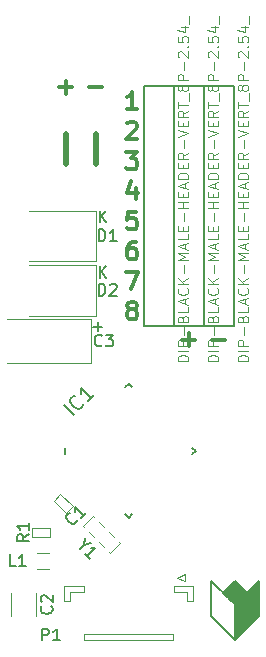
<source format=gto>
G04 #@! TF.FileFunction,Legend,Top*
%FSLAX46Y46*%
G04 Gerber Fmt 4.6, Leading zero omitted, Abs format (unit mm)*
G04 Created by KiCad (PCBNEW 4.0.7) date 07/31/18 09:39:55*
%MOMM*%
%LPD*%
G01*
G04 APERTURE LIST*
%ADD10C,0.100000*%
%ADD11C,0.150000*%
%ADD12C,0.300000*%
%ADD13C,0.120000*%
%ADD14C,0.500000*%
%ADD15C,0.066040*%
%ADD16C,0.127000*%
%ADD17C,0.101600*%
G04 APERTURE END LIST*
D10*
D11*
X147019048Y-97471429D02*
X147780953Y-97471429D01*
X147400001Y-97852381D02*
X147400001Y-97090476D01*
X147538095Y-93352381D02*
X147538095Y-92352381D01*
X148109524Y-93352381D02*
X147680952Y-92780952D01*
X148109524Y-92352381D02*
X147538095Y-92923810D01*
X147538095Y-88652381D02*
X147538095Y-87652381D01*
X148109524Y-88652381D02*
X147680952Y-88080952D01*
X148109524Y-87652381D02*
X147538095Y-88223810D01*
D12*
X150158858Y-96011429D02*
X150016000Y-95940000D01*
X149944572Y-95868571D01*
X149873143Y-95725714D01*
X149873143Y-95654286D01*
X149944572Y-95511429D01*
X150016000Y-95440000D01*
X150158858Y-95368571D01*
X150444572Y-95368571D01*
X150587429Y-95440000D01*
X150658858Y-95511429D01*
X150730286Y-95654286D01*
X150730286Y-95725714D01*
X150658858Y-95868571D01*
X150587429Y-95940000D01*
X150444572Y-96011429D01*
X150158858Y-96011429D01*
X150016000Y-96082857D01*
X149944572Y-96154286D01*
X149873143Y-96297143D01*
X149873143Y-96582857D01*
X149944572Y-96725714D01*
X150016000Y-96797143D01*
X150158858Y-96868571D01*
X150444572Y-96868571D01*
X150587429Y-96797143D01*
X150658858Y-96725714D01*
X150730286Y-96582857D01*
X150730286Y-96297143D01*
X150658858Y-96154286D01*
X150587429Y-96082857D01*
X150444572Y-96011429D01*
X149801715Y-92828571D02*
X150801715Y-92828571D01*
X150158858Y-94328571D01*
X150587429Y-90288571D02*
X150301715Y-90288571D01*
X150158858Y-90360000D01*
X150087429Y-90431429D01*
X149944572Y-90645714D01*
X149873143Y-90931429D01*
X149873143Y-91502857D01*
X149944572Y-91645714D01*
X150016000Y-91717143D01*
X150158858Y-91788571D01*
X150444572Y-91788571D01*
X150587429Y-91717143D01*
X150658858Y-91645714D01*
X150730286Y-91502857D01*
X150730286Y-91145714D01*
X150658858Y-91002857D01*
X150587429Y-90931429D01*
X150444572Y-90860000D01*
X150158858Y-90860000D01*
X150016000Y-90931429D01*
X149944572Y-91002857D01*
X149873143Y-91145714D01*
X150658858Y-87748571D02*
X149944572Y-87748571D01*
X149873143Y-88462857D01*
X149944572Y-88391429D01*
X150087429Y-88320000D01*
X150444572Y-88320000D01*
X150587429Y-88391429D01*
X150658858Y-88462857D01*
X150730286Y-88605714D01*
X150730286Y-88962857D01*
X150658858Y-89105714D01*
X150587429Y-89177143D01*
X150444572Y-89248571D01*
X150087429Y-89248571D01*
X149944572Y-89177143D01*
X149873143Y-89105714D01*
X150587429Y-85708571D02*
X150587429Y-86708571D01*
X150230286Y-85137143D02*
X149873143Y-86208571D01*
X150801715Y-86208571D01*
X149801715Y-82668571D02*
X150730286Y-82668571D01*
X150230286Y-83240000D01*
X150444572Y-83240000D01*
X150587429Y-83311429D01*
X150658858Y-83382857D01*
X150730286Y-83525714D01*
X150730286Y-83882857D01*
X150658858Y-84025714D01*
X150587429Y-84097143D01*
X150444572Y-84168571D01*
X150016000Y-84168571D01*
X149873143Y-84097143D01*
X149801715Y-84025714D01*
X149873143Y-80271429D02*
X149944572Y-80200000D01*
X150087429Y-80128571D01*
X150444572Y-80128571D01*
X150587429Y-80200000D01*
X150658858Y-80271429D01*
X150730286Y-80414286D01*
X150730286Y-80557143D01*
X150658858Y-80771429D01*
X149801715Y-81628571D01*
X150730286Y-81628571D01*
X150730286Y-79088571D02*
X149873143Y-79088571D01*
X150301715Y-79088571D02*
X150301715Y-77588571D01*
X150158858Y-77802857D01*
X150016000Y-77945714D01*
X149873143Y-78017143D01*
X157048572Y-98583143D02*
X158191429Y-98583143D01*
X154508572Y-98583143D02*
X155651429Y-98583143D01*
X155080000Y-99154571D02*
X155080000Y-98011714D01*
X147777428Y-77232857D02*
X146634571Y-77232857D01*
X145237428Y-77232857D02*
X144094571Y-77232857D01*
X144666000Y-76661429D02*
X144666000Y-77804286D01*
D13*
X142125000Y-122000000D02*
X142125000Y-120000000D01*
X140075000Y-120000000D02*
X140075000Y-122000000D01*
X153750000Y-124025000D02*
X146250000Y-124025000D01*
X146250000Y-124025000D02*
X146250000Y-123525000D01*
X146250000Y-123525000D02*
X153750000Y-123525000D01*
X153750000Y-123525000D02*
X153750000Y-124025000D01*
X155450000Y-120675000D02*
X155450000Y-119475000D01*
X155450000Y-119475000D02*
X153800000Y-119475000D01*
X153800000Y-119475000D02*
X153800000Y-119975000D01*
X153800000Y-119975000D02*
X154950000Y-119975000D01*
X154950000Y-119975000D02*
X154950000Y-120675000D01*
X154950000Y-120675000D02*
X155450000Y-120675000D01*
X144550000Y-120675000D02*
X144550000Y-119475000D01*
X144550000Y-119475000D02*
X146200000Y-119475000D01*
X146200000Y-119475000D02*
X146200000Y-119975000D01*
X146200000Y-119975000D02*
X145050000Y-119975000D01*
X145050000Y-119975000D02*
X145050000Y-120675000D01*
X145050000Y-120675000D02*
X144550000Y-120675000D01*
X154125000Y-118725000D02*
X154725000Y-118425000D01*
X154725000Y-118425000D02*
X154725000Y-119025000D01*
X154725000Y-119025000D02*
X154125000Y-118725000D01*
D11*
X159900000Y-119900000D02*
X158900000Y-120900000D01*
X158800000Y-120800000D02*
X159800000Y-119800000D01*
X159700000Y-119700000D02*
X158700000Y-120700000D01*
X158600000Y-120600000D02*
X159600000Y-119600000D01*
X159500000Y-119500000D02*
X158500000Y-120500000D01*
X158400000Y-120400000D02*
X159400000Y-119400000D01*
X159300000Y-119300000D02*
X158300000Y-120300000D01*
X158200000Y-120200000D02*
X159200000Y-119200000D01*
X159100000Y-119100000D02*
X158100000Y-120100000D01*
X160900000Y-119100000D02*
X160900000Y-122100000D01*
X160800000Y-122200000D02*
X160800000Y-119200000D01*
X160700000Y-119300000D02*
X160700000Y-122300000D01*
X160600000Y-122400000D02*
X160600000Y-119400000D01*
X160500000Y-119500000D02*
X160500000Y-122500000D01*
X160400000Y-122600000D02*
X160400000Y-119600000D01*
X160300000Y-119700000D02*
X160300000Y-122700000D01*
X160200000Y-122800000D02*
X160200000Y-119800000D01*
X160100000Y-119900000D02*
X160100000Y-122900000D01*
X160000000Y-123000000D02*
X160000000Y-120000000D01*
X159900000Y-120100000D02*
X159900000Y-123000000D01*
X159800000Y-123200000D02*
X159800000Y-120200000D01*
X159700000Y-120300000D02*
X159700000Y-123300000D01*
X159600000Y-123400000D02*
X159600000Y-120400000D01*
X159500000Y-120500000D02*
X159500000Y-123500000D01*
X159400000Y-123600000D02*
X159400000Y-120600000D01*
X159300000Y-120700000D02*
X159300000Y-123700000D01*
X159200000Y-123800000D02*
X159200000Y-120800000D01*
X159100000Y-120900000D02*
X159100000Y-123900000D01*
X157000000Y-119000000D02*
X159000000Y-121000000D01*
X159000000Y-121000000D02*
X159000000Y-124000000D01*
X159000000Y-124000000D02*
X157000000Y-122000000D01*
X157000000Y-122000000D02*
X157000000Y-119000000D01*
X161000000Y-119000000D02*
X159000000Y-121000000D01*
X159000000Y-121000000D02*
X159000000Y-124000000D01*
X159000000Y-124000000D02*
X161000000Y-122000000D01*
X161000000Y-122000000D02*
X161000000Y-119000000D01*
X159000000Y-119000000D02*
X158000000Y-120000000D01*
X158000000Y-120000000D02*
X159000000Y-121000000D01*
X159000000Y-121000000D02*
X160000000Y-120000000D01*
X160000000Y-120000000D02*
X159000000Y-119000000D01*
D13*
X143250000Y-117980000D02*
X142250000Y-117980000D01*
X142250000Y-116620000D02*
X143250000Y-116620000D01*
D14*
X147206000Y-81150000D02*
X147206000Y-83690000D01*
X144666000Y-81150000D02*
X144666000Y-83690000D01*
D15*
X153810000Y-97460000D02*
X156350000Y-97460000D01*
X156350000Y-97460000D02*
X156350000Y-77140000D01*
X153810000Y-77140000D02*
X156350000Y-77140000D01*
X153810000Y-97460000D02*
X153810000Y-77140000D01*
D16*
X153810000Y-77140000D02*
X156350000Y-77140000D01*
X156350000Y-77140000D02*
X156350000Y-97460000D01*
X156350000Y-97460000D02*
X153810000Y-97460000D01*
X153810000Y-97460000D02*
X153810000Y-77140000D01*
D15*
X156350000Y-97460000D02*
X158890000Y-97460000D01*
X158890000Y-97460000D02*
X158890000Y-77140000D01*
X156350000Y-77140000D02*
X158890000Y-77140000D01*
X156350000Y-97460000D02*
X156350000Y-77140000D01*
D16*
X156350000Y-77140000D02*
X158890000Y-77140000D01*
X158890000Y-77140000D02*
X158890000Y-97460000D01*
X158890000Y-97460000D02*
X156350000Y-97460000D01*
X156350000Y-97460000D02*
X156350000Y-77140000D01*
D15*
X151270000Y-97460000D02*
X153810000Y-97460000D01*
X153810000Y-97460000D02*
X153810000Y-77140000D01*
X151270000Y-77140000D02*
X153810000Y-77140000D01*
X151270000Y-97460000D02*
X151270000Y-77140000D01*
D16*
X151270000Y-77140000D02*
X153810000Y-77140000D01*
X153810000Y-77140000D02*
X153810000Y-97460000D01*
X153810000Y-97460000D02*
X151270000Y-97460000D01*
X151270000Y-97460000D02*
X151270000Y-77140000D01*
D13*
X147250000Y-91950000D02*
X147250000Y-87650000D01*
X147250000Y-87650000D02*
X141550000Y-87650000D01*
X147250000Y-91950000D02*
X141550000Y-91950000D01*
X147250000Y-96550000D02*
X147250000Y-92250000D01*
X147250000Y-92250000D02*
X141550000Y-92250000D01*
X147250000Y-96550000D02*
X141550000Y-96550000D01*
D11*
X144625988Y-108282843D02*
X144625988Y-107717157D01*
X149717157Y-102625988D02*
X150000000Y-102343146D01*
X150000000Y-102343146D02*
X150282843Y-102625988D01*
X150282843Y-113374012D02*
X150000000Y-113656854D01*
X150000000Y-113656854D02*
X149717157Y-113374012D01*
X155374012Y-108282843D02*
X155656854Y-108000000D01*
X155656854Y-108000000D02*
X155374012Y-107717157D01*
D13*
X146800000Y-100550000D02*
X139700000Y-100550000D01*
X146800000Y-96850000D02*
X139700000Y-96850000D01*
X146800000Y-100550000D02*
X146800000Y-96850000D01*
D10*
X144202513Y-111636827D02*
X145263173Y-112697487D01*
X143636827Y-112202513D02*
X144202513Y-111636827D01*
X144697487Y-113263173D02*
X143636827Y-112202513D01*
X145263173Y-112697487D02*
X144697487Y-113263173D01*
X143300000Y-115300000D02*
X141800000Y-115300000D01*
X143300000Y-114500000D02*
X143300000Y-115300000D01*
X141800000Y-114500000D02*
X143300000Y-114500000D01*
X141800000Y-115300000D02*
X141800000Y-114500000D01*
X149255635Y-115807107D02*
X149184924Y-115736396D01*
X148407107Y-116655635D02*
X149255635Y-115807107D01*
X148336396Y-116584924D02*
X148407107Y-116655635D01*
X147487868Y-115736396D02*
X147912132Y-116160660D01*
X148336396Y-114887868D02*
X148760660Y-115312132D01*
X147487868Y-114039340D02*
X147912132Y-114463604D01*
X146639340Y-114887868D02*
X147063604Y-115312132D01*
X146144365Y-114392893D02*
X146215076Y-114463604D01*
X146992893Y-113544365D02*
X147063604Y-113615076D01*
X146144365Y-114392893D02*
X146992893Y-113544365D01*
D11*
X143457143Y-121166666D02*
X143504762Y-121214285D01*
X143552381Y-121357142D01*
X143552381Y-121452380D01*
X143504762Y-121595238D01*
X143409524Y-121690476D01*
X143314286Y-121738095D01*
X143123810Y-121785714D01*
X142980952Y-121785714D01*
X142790476Y-121738095D01*
X142695238Y-121690476D01*
X142600000Y-121595238D01*
X142552381Y-121452380D01*
X142552381Y-121357142D01*
X142600000Y-121214285D01*
X142647619Y-121166666D01*
X142647619Y-120785714D02*
X142600000Y-120738095D01*
X142552381Y-120642857D01*
X142552381Y-120404761D01*
X142600000Y-120309523D01*
X142647619Y-120261904D01*
X142742857Y-120214285D01*
X142838095Y-120214285D01*
X142980952Y-120261904D01*
X143552381Y-120833333D01*
X143552381Y-120214285D01*
X142661905Y-124052381D02*
X142661905Y-123052381D01*
X143042858Y-123052381D01*
X143138096Y-123100000D01*
X143185715Y-123147619D01*
X143233334Y-123242857D01*
X143233334Y-123385714D01*
X143185715Y-123480952D01*
X143138096Y-123528571D01*
X143042858Y-123576190D01*
X142661905Y-123576190D01*
X144185715Y-124052381D02*
X143614286Y-124052381D01*
X143900000Y-124052381D02*
X143900000Y-123052381D01*
X143804762Y-123195238D01*
X143709524Y-123290476D01*
X143614286Y-123338095D01*
X140433334Y-117752381D02*
X139957143Y-117752381D01*
X139957143Y-116752381D01*
X141290477Y-117752381D02*
X140719048Y-117752381D01*
X141004762Y-117752381D02*
X141004762Y-116752381D01*
X140909524Y-116895238D01*
X140814286Y-116990476D01*
X140719048Y-117038095D01*
D17*
X157577667Y-100402166D02*
X156688667Y-100402166D01*
X156688667Y-100190500D01*
X156731000Y-100063500D01*
X156815667Y-99978833D01*
X156900333Y-99936500D01*
X157069667Y-99894166D01*
X157196667Y-99894166D01*
X157366000Y-99936500D01*
X157450667Y-99978833D01*
X157535333Y-100063500D01*
X157577667Y-100190500D01*
X157577667Y-100402166D01*
X157577667Y-99513166D02*
X156688667Y-99513166D01*
X157577667Y-99089833D02*
X156688667Y-99089833D01*
X156688667Y-98751167D01*
X156731000Y-98666500D01*
X156773333Y-98624167D01*
X156858000Y-98581833D01*
X156985000Y-98581833D01*
X157069667Y-98624167D01*
X157112000Y-98666500D01*
X157154333Y-98751167D01*
X157154333Y-99089833D01*
X157239000Y-98200833D02*
X157239000Y-97523500D01*
X157112000Y-96803833D02*
X157154333Y-96676833D01*
X157196667Y-96634500D01*
X157281333Y-96592166D01*
X157408333Y-96592166D01*
X157493000Y-96634500D01*
X157535333Y-96676833D01*
X157577667Y-96761500D01*
X157577667Y-97100166D01*
X156688667Y-97100166D01*
X156688667Y-96803833D01*
X156731000Y-96719166D01*
X156773333Y-96676833D01*
X156858000Y-96634500D01*
X156942667Y-96634500D01*
X157027333Y-96676833D01*
X157069667Y-96719166D01*
X157112000Y-96803833D01*
X157112000Y-97100166D01*
X157577667Y-95787833D02*
X157577667Y-96211166D01*
X156688667Y-96211166D01*
X157323667Y-95533833D02*
X157323667Y-95110499D01*
X157577667Y-95618499D02*
X156688667Y-95322166D01*
X157577667Y-95025833D01*
X157493000Y-94221499D02*
X157535333Y-94263833D01*
X157577667Y-94390833D01*
X157577667Y-94475499D01*
X157535333Y-94602499D01*
X157450667Y-94687166D01*
X157366000Y-94729499D01*
X157196667Y-94771833D01*
X157069667Y-94771833D01*
X156900333Y-94729499D01*
X156815667Y-94687166D01*
X156731000Y-94602499D01*
X156688667Y-94475499D01*
X156688667Y-94390833D01*
X156731000Y-94263833D01*
X156773333Y-94221499D01*
X157577667Y-93840499D02*
X156688667Y-93840499D01*
X157577667Y-93332499D02*
X157069667Y-93713499D01*
X156688667Y-93332499D02*
X157196667Y-93840499D01*
X157239000Y-92951499D02*
X157239000Y-92274166D01*
X157577667Y-91850832D02*
X156688667Y-91850832D01*
X157323667Y-91554499D01*
X156688667Y-91258166D01*
X157577667Y-91258166D01*
X157323667Y-90877166D02*
X157323667Y-90453832D01*
X157577667Y-90961832D02*
X156688667Y-90665499D01*
X157577667Y-90369166D01*
X157577667Y-89649499D02*
X157577667Y-90072832D01*
X156688667Y-90072832D01*
X157112000Y-89353165D02*
X157112000Y-89056832D01*
X157577667Y-88929832D02*
X157577667Y-89353165D01*
X156688667Y-89353165D01*
X156688667Y-88929832D01*
X157239000Y-88548832D02*
X157239000Y-87871499D01*
X157577667Y-87448165D02*
X156688667Y-87448165D01*
X157112000Y-87448165D02*
X157112000Y-86940165D01*
X157577667Y-86940165D02*
X156688667Y-86940165D01*
X157112000Y-86516832D02*
X157112000Y-86220499D01*
X157577667Y-86093499D02*
X157577667Y-86516832D01*
X156688667Y-86516832D01*
X156688667Y-86093499D01*
X157323667Y-85754833D02*
X157323667Y-85331499D01*
X157577667Y-85839499D02*
X156688667Y-85543166D01*
X157577667Y-85246833D01*
X157577667Y-84950499D02*
X156688667Y-84950499D01*
X156688667Y-84738833D01*
X156731000Y-84611833D01*
X156815667Y-84527166D01*
X156900333Y-84484833D01*
X157069667Y-84442499D01*
X157196667Y-84442499D01*
X157366000Y-84484833D01*
X157450667Y-84527166D01*
X157535333Y-84611833D01*
X157577667Y-84738833D01*
X157577667Y-84950499D01*
X157112000Y-84061499D02*
X157112000Y-83765166D01*
X157577667Y-83638166D02*
X157577667Y-84061499D01*
X156688667Y-84061499D01*
X156688667Y-83638166D01*
X157577667Y-82749166D02*
X157154333Y-83045500D01*
X157577667Y-83257166D02*
X156688667Y-83257166D01*
X156688667Y-82918500D01*
X156731000Y-82833833D01*
X156773333Y-82791500D01*
X156858000Y-82749166D01*
X156985000Y-82749166D01*
X157069667Y-82791500D01*
X157112000Y-82833833D01*
X157154333Y-82918500D01*
X157154333Y-83257166D01*
X157239000Y-82368166D02*
X157239000Y-81690833D01*
X156688667Y-81394499D02*
X157577667Y-81098166D01*
X156688667Y-80801833D01*
X157112000Y-80505499D02*
X157112000Y-80209166D01*
X157577667Y-80082166D02*
X157577667Y-80505499D01*
X156688667Y-80505499D01*
X156688667Y-80082166D01*
X157577667Y-79193166D02*
X157154333Y-79489500D01*
X157577667Y-79701166D02*
X156688667Y-79701166D01*
X156688667Y-79362500D01*
X156731000Y-79277833D01*
X156773333Y-79235500D01*
X156858000Y-79193166D01*
X156985000Y-79193166D01*
X157069667Y-79235500D01*
X157112000Y-79277833D01*
X157154333Y-79362500D01*
X157154333Y-79701166D01*
X156688667Y-78939166D02*
X156688667Y-78431166D01*
X157577667Y-78685166D02*
X156688667Y-78685166D01*
X157662333Y-78346500D02*
X157662333Y-77669167D01*
X157069667Y-77330500D02*
X157027333Y-77415167D01*
X156985000Y-77457500D01*
X156900333Y-77499834D01*
X156858000Y-77499834D01*
X156773333Y-77457500D01*
X156731000Y-77415167D01*
X156688667Y-77330500D01*
X156688667Y-77161167D01*
X156731000Y-77076500D01*
X156773333Y-77034167D01*
X156858000Y-76991834D01*
X156900333Y-76991834D01*
X156985000Y-77034167D01*
X157027333Y-77076500D01*
X157069667Y-77161167D01*
X157069667Y-77330500D01*
X157112000Y-77415167D01*
X157154333Y-77457500D01*
X157239000Y-77499834D01*
X157408333Y-77499834D01*
X157493000Y-77457500D01*
X157535333Y-77415167D01*
X157577667Y-77330500D01*
X157577667Y-77161167D01*
X157535333Y-77076500D01*
X157493000Y-77034167D01*
X157408333Y-76991834D01*
X157239000Y-76991834D01*
X157154333Y-77034167D01*
X157112000Y-77076500D01*
X157069667Y-77161167D01*
X157577667Y-76610833D02*
X156688667Y-76610833D01*
X156688667Y-76272167D01*
X156731000Y-76187500D01*
X156773333Y-76145167D01*
X156858000Y-76102833D01*
X156985000Y-76102833D01*
X157069667Y-76145167D01*
X157112000Y-76187500D01*
X157154333Y-76272167D01*
X157154333Y-76610833D01*
X157239000Y-75721833D02*
X157239000Y-75044500D01*
X156773333Y-74663500D02*
X156731000Y-74621166D01*
X156688667Y-74536500D01*
X156688667Y-74324833D01*
X156731000Y-74240166D01*
X156773333Y-74197833D01*
X156858000Y-74155500D01*
X156942667Y-74155500D01*
X157069667Y-74197833D01*
X157577667Y-74705833D01*
X157577667Y-74155500D01*
X157493000Y-73774499D02*
X157535333Y-73732166D01*
X157577667Y-73774499D01*
X157535333Y-73816833D01*
X157493000Y-73774499D01*
X157577667Y-73774499D01*
X156688667Y-72927833D02*
X156688667Y-73351166D01*
X157112000Y-73393500D01*
X157069667Y-73351166D01*
X157027333Y-73266500D01*
X157027333Y-73054833D01*
X157069667Y-72970166D01*
X157112000Y-72927833D01*
X157196667Y-72885500D01*
X157408333Y-72885500D01*
X157493000Y-72927833D01*
X157535333Y-72970166D01*
X157577667Y-73054833D01*
X157577667Y-73266500D01*
X157535333Y-73351166D01*
X157493000Y-73393500D01*
X156985000Y-72123499D02*
X157577667Y-72123499D01*
X156646333Y-72335166D02*
X157281333Y-72546833D01*
X157281333Y-71996499D01*
X157662333Y-71869499D02*
X157662333Y-71192166D01*
X160117667Y-100402166D02*
X159228667Y-100402166D01*
X159228667Y-100190500D01*
X159271000Y-100063500D01*
X159355667Y-99978833D01*
X159440333Y-99936500D01*
X159609667Y-99894166D01*
X159736667Y-99894166D01*
X159906000Y-99936500D01*
X159990667Y-99978833D01*
X160075333Y-100063500D01*
X160117667Y-100190500D01*
X160117667Y-100402166D01*
X160117667Y-99513166D02*
X159228667Y-99513166D01*
X160117667Y-99089833D02*
X159228667Y-99089833D01*
X159228667Y-98751167D01*
X159271000Y-98666500D01*
X159313333Y-98624167D01*
X159398000Y-98581833D01*
X159525000Y-98581833D01*
X159609667Y-98624167D01*
X159652000Y-98666500D01*
X159694333Y-98751167D01*
X159694333Y-99089833D01*
X159779000Y-98200833D02*
X159779000Y-97523500D01*
X159652000Y-96803833D02*
X159694333Y-96676833D01*
X159736667Y-96634500D01*
X159821333Y-96592166D01*
X159948333Y-96592166D01*
X160033000Y-96634500D01*
X160075333Y-96676833D01*
X160117667Y-96761500D01*
X160117667Y-97100166D01*
X159228667Y-97100166D01*
X159228667Y-96803833D01*
X159271000Y-96719166D01*
X159313333Y-96676833D01*
X159398000Y-96634500D01*
X159482667Y-96634500D01*
X159567333Y-96676833D01*
X159609667Y-96719166D01*
X159652000Y-96803833D01*
X159652000Y-97100166D01*
X160117667Y-95787833D02*
X160117667Y-96211166D01*
X159228667Y-96211166D01*
X159863667Y-95533833D02*
X159863667Y-95110499D01*
X160117667Y-95618499D02*
X159228667Y-95322166D01*
X160117667Y-95025833D01*
X160033000Y-94221499D02*
X160075333Y-94263833D01*
X160117667Y-94390833D01*
X160117667Y-94475499D01*
X160075333Y-94602499D01*
X159990667Y-94687166D01*
X159906000Y-94729499D01*
X159736667Y-94771833D01*
X159609667Y-94771833D01*
X159440333Y-94729499D01*
X159355667Y-94687166D01*
X159271000Y-94602499D01*
X159228667Y-94475499D01*
X159228667Y-94390833D01*
X159271000Y-94263833D01*
X159313333Y-94221499D01*
X160117667Y-93840499D02*
X159228667Y-93840499D01*
X160117667Y-93332499D02*
X159609667Y-93713499D01*
X159228667Y-93332499D02*
X159736667Y-93840499D01*
X159779000Y-92951499D02*
X159779000Y-92274166D01*
X160117667Y-91850832D02*
X159228667Y-91850832D01*
X159863667Y-91554499D01*
X159228667Y-91258166D01*
X160117667Y-91258166D01*
X159863667Y-90877166D02*
X159863667Y-90453832D01*
X160117667Y-90961832D02*
X159228667Y-90665499D01*
X160117667Y-90369166D01*
X160117667Y-89649499D02*
X160117667Y-90072832D01*
X159228667Y-90072832D01*
X159652000Y-89353165D02*
X159652000Y-89056832D01*
X160117667Y-88929832D02*
X160117667Y-89353165D01*
X159228667Y-89353165D01*
X159228667Y-88929832D01*
X159779000Y-88548832D02*
X159779000Y-87871499D01*
X160117667Y-87448165D02*
X159228667Y-87448165D01*
X159652000Y-87448165D02*
X159652000Y-86940165D01*
X160117667Y-86940165D02*
X159228667Y-86940165D01*
X159652000Y-86516832D02*
X159652000Y-86220499D01*
X160117667Y-86093499D02*
X160117667Y-86516832D01*
X159228667Y-86516832D01*
X159228667Y-86093499D01*
X159863667Y-85754833D02*
X159863667Y-85331499D01*
X160117667Y-85839499D02*
X159228667Y-85543166D01*
X160117667Y-85246833D01*
X160117667Y-84950499D02*
X159228667Y-84950499D01*
X159228667Y-84738833D01*
X159271000Y-84611833D01*
X159355667Y-84527166D01*
X159440333Y-84484833D01*
X159609667Y-84442499D01*
X159736667Y-84442499D01*
X159906000Y-84484833D01*
X159990667Y-84527166D01*
X160075333Y-84611833D01*
X160117667Y-84738833D01*
X160117667Y-84950499D01*
X159652000Y-84061499D02*
X159652000Y-83765166D01*
X160117667Y-83638166D02*
X160117667Y-84061499D01*
X159228667Y-84061499D01*
X159228667Y-83638166D01*
X160117667Y-82749166D02*
X159694333Y-83045500D01*
X160117667Y-83257166D02*
X159228667Y-83257166D01*
X159228667Y-82918500D01*
X159271000Y-82833833D01*
X159313333Y-82791500D01*
X159398000Y-82749166D01*
X159525000Y-82749166D01*
X159609667Y-82791500D01*
X159652000Y-82833833D01*
X159694333Y-82918500D01*
X159694333Y-83257166D01*
X159779000Y-82368166D02*
X159779000Y-81690833D01*
X159228667Y-81394499D02*
X160117667Y-81098166D01*
X159228667Y-80801833D01*
X159652000Y-80505499D02*
X159652000Y-80209166D01*
X160117667Y-80082166D02*
X160117667Y-80505499D01*
X159228667Y-80505499D01*
X159228667Y-80082166D01*
X160117667Y-79193166D02*
X159694333Y-79489500D01*
X160117667Y-79701166D02*
X159228667Y-79701166D01*
X159228667Y-79362500D01*
X159271000Y-79277833D01*
X159313333Y-79235500D01*
X159398000Y-79193166D01*
X159525000Y-79193166D01*
X159609667Y-79235500D01*
X159652000Y-79277833D01*
X159694333Y-79362500D01*
X159694333Y-79701166D01*
X159228667Y-78939166D02*
X159228667Y-78431166D01*
X160117667Y-78685166D02*
X159228667Y-78685166D01*
X160202333Y-78346500D02*
X160202333Y-77669167D01*
X159609667Y-77330500D02*
X159567333Y-77415167D01*
X159525000Y-77457500D01*
X159440333Y-77499834D01*
X159398000Y-77499834D01*
X159313333Y-77457500D01*
X159271000Y-77415167D01*
X159228667Y-77330500D01*
X159228667Y-77161167D01*
X159271000Y-77076500D01*
X159313333Y-77034167D01*
X159398000Y-76991834D01*
X159440333Y-76991834D01*
X159525000Y-77034167D01*
X159567333Y-77076500D01*
X159609667Y-77161167D01*
X159609667Y-77330500D01*
X159652000Y-77415167D01*
X159694333Y-77457500D01*
X159779000Y-77499834D01*
X159948333Y-77499834D01*
X160033000Y-77457500D01*
X160075333Y-77415167D01*
X160117667Y-77330500D01*
X160117667Y-77161167D01*
X160075333Y-77076500D01*
X160033000Y-77034167D01*
X159948333Y-76991834D01*
X159779000Y-76991834D01*
X159694333Y-77034167D01*
X159652000Y-77076500D01*
X159609667Y-77161167D01*
X160117667Y-76610833D02*
X159228667Y-76610833D01*
X159228667Y-76272167D01*
X159271000Y-76187500D01*
X159313333Y-76145167D01*
X159398000Y-76102833D01*
X159525000Y-76102833D01*
X159609667Y-76145167D01*
X159652000Y-76187500D01*
X159694333Y-76272167D01*
X159694333Y-76610833D01*
X159779000Y-75721833D02*
X159779000Y-75044500D01*
X159313333Y-74663500D02*
X159271000Y-74621166D01*
X159228667Y-74536500D01*
X159228667Y-74324833D01*
X159271000Y-74240166D01*
X159313333Y-74197833D01*
X159398000Y-74155500D01*
X159482667Y-74155500D01*
X159609667Y-74197833D01*
X160117667Y-74705833D01*
X160117667Y-74155500D01*
X160033000Y-73774499D02*
X160075333Y-73732166D01*
X160117667Y-73774499D01*
X160075333Y-73816833D01*
X160033000Y-73774499D01*
X160117667Y-73774499D01*
X159228667Y-72927833D02*
X159228667Y-73351166D01*
X159652000Y-73393500D01*
X159609667Y-73351166D01*
X159567333Y-73266500D01*
X159567333Y-73054833D01*
X159609667Y-72970166D01*
X159652000Y-72927833D01*
X159736667Y-72885500D01*
X159948333Y-72885500D01*
X160033000Y-72927833D01*
X160075333Y-72970166D01*
X160117667Y-73054833D01*
X160117667Y-73266500D01*
X160075333Y-73351166D01*
X160033000Y-73393500D01*
X159525000Y-72123499D02*
X160117667Y-72123499D01*
X159186333Y-72335166D02*
X159821333Y-72546833D01*
X159821333Y-71996499D01*
X160202333Y-71869499D02*
X160202333Y-71192166D01*
X155037667Y-100402166D02*
X154148667Y-100402166D01*
X154148667Y-100190500D01*
X154191000Y-100063500D01*
X154275667Y-99978833D01*
X154360333Y-99936500D01*
X154529667Y-99894166D01*
X154656667Y-99894166D01*
X154826000Y-99936500D01*
X154910667Y-99978833D01*
X154995333Y-100063500D01*
X155037667Y-100190500D01*
X155037667Y-100402166D01*
X155037667Y-99513166D02*
X154148667Y-99513166D01*
X155037667Y-99089833D02*
X154148667Y-99089833D01*
X154148667Y-98751167D01*
X154191000Y-98666500D01*
X154233333Y-98624167D01*
X154318000Y-98581833D01*
X154445000Y-98581833D01*
X154529667Y-98624167D01*
X154572000Y-98666500D01*
X154614333Y-98751167D01*
X154614333Y-99089833D01*
X154699000Y-98200833D02*
X154699000Y-97523500D01*
X154572000Y-96803833D02*
X154614333Y-96676833D01*
X154656667Y-96634500D01*
X154741333Y-96592166D01*
X154868333Y-96592166D01*
X154953000Y-96634500D01*
X154995333Y-96676833D01*
X155037667Y-96761500D01*
X155037667Y-97100166D01*
X154148667Y-97100166D01*
X154148667Y-96803833D01*
X154191000Y-96719166D01*
X154233333Y-96676833D01*
X154318000Y-96634500D01*
X154402667Y-96634500D01*
X154487333Y-96676833D01*
X154529667Y-96719166D01*
X154572000Y-96803833D01*
X154572000Y-97100166D01*
X155037667Y-95787833D02*
X155037667Y-96211166D01*
X154148667Y-96211166D01*
X154783667Y-95533833D02*
X154783667Y-95110499D01*
X155037667Y-95618499D02*
X154148667Y-95322166D01*
X155037667Y-95025833D01*
X154953000Y-94221499D02*
X154995333Y-94263833D01*
X155037667Y-94390833D01*
X155037667Y-94475499D01*
X154995333Y-94602499D01*
X154910667Y-94687166D01*
X154826000Y-94729499D01*
X154656667Y-94771833D01*
X154529667Y-94771833D01*
X154360333Y-94729499D01*
X154275667Y-94687166D01*
X154191000Y-94602499D01*
X154148667Y-94475499D01*
X154148667Y-94390833D01*
X154191000Y-94263833D01*
X154233333Y-94221499D01*
X155037667Y-93840499D02*
X154148667Y-93840499D01*
X155037667Y-93332499D02*
X154529667Y-93713499D01*
X154148667Y-93332499D02*
X154656667Y-93840499D01*
X154699000Y-92951499D02*
X154699000Y-92274166D01*
X155037667Y-91850832D02*
X154148667Y-91850832D01*
X154783667Y-91554499D01*
X154148667Y-91258166D01*
X155037667Y-91258166D01*
X154783667Y-90877166D02*
X154783667Y-90453832D01*
X155037667Y-90961832D02*
X154148667Y-90665499D01*
X155037667Y-90369166D01*
X155037667Y-89649499D02*
X155037667Y-90072832D01*
X154148667Y-90072832D01*
X154572000Y-89353165D02*
X154572000Y-89056832D01*
X155037667Y-88929832D02*
X155037667Y-89353165D01*
X154148667Y-89353165D01*
X154148667Y-88929832D01*
X154699000Y-88548832D02*
X154699000Y-87871499D01*
X155037667Y-87448165D02*
X154148667Y-87448165D01*
X154572000Y-87448165D02*
X154572000Y-86940165D01*
X155037667Y-86940165D02*
X154148667Y-86940165D01*
X154572000Y-86516832D02*
X154572000Y-86220499D01*
X155037667Y-86093499D02*
X155037667Y-86516832D01*
X154148667Y-86516832D01*
X154148667Y-86093499D01*
X154783667Y-85754833D02*
X154783667Y-85331499D01*
X155037667Y-85839499D02*
X154148667Y-85543166D01*
X155037667Y-85246833D01*
X155037667Y-84950499D02*
X154148667Y-84950499D01*
X154148667Y-84738833D01*
X154191000Y-84611833D01*
X154275667Y-84527166D01*
X154360333Y-84484833D01*
X154529667Y-84442499D01*
X154656667Y-84442499D01*
X154826000Y-84484833D01*
X154910667Y-84527166D01*
X154995333Y-84611833D01*
X155037667Y-84738833D01*
X155037667Y-84950499D01*
X154572000Y-84061499D02*
X154572000Y-83765166D01*
X155037667Y-83638166D02*
X155037667Y-84061499D01*
X154148667Y-84061499D01*
X154148667Y-83638166D01*
X155037667Y-82749166D02*
X154614333Y-83045500D01*
X155037667Y-83257166D02*
X154148667Y-83257166D01*
X154148667Y-82918500D01*
X154191000Y-82833833D01*
X154233333Y-82791500D01*
X154318000Y-82749166D01*
X154445000Y-82749166D01*
X154529667Y-82791500D01*
X154572000Y-82833833D01*
X154614333Y-82918500D01*
X154614333Y-83257166D01*
X154699000Y-82368166D02*
X154699000Y-81690833D01*
X154148667Y-81394499D02*
X155037667Y-81098166D01*
X154148667Y-80801833D01*
X154572000Y-80505499D02*
X154572000Y-80209166D01*
X155037667Y-80082166D02*
X155037667Y-80505499D01*
X154148667Y-80505499D01*
X154148667Y-80082166D01*
X155037667Y-79193166D02*
X154614333Y-79489500D01*
X155037667Y-79701166D02*
X154148667Y-79701166D01*
X154148667Y-79362500D01*
X154191000Y-79277833D01*
X154233333Y-79235500D01*
X154318000Y-79193166D01*
X154445000Y-79193166D01*
X154529667Y-79235500D01*
X154572000Y-79277833D01*
X154614333Y-79362500D01*
X154614333Y-79701166D01*
X154148667Y-78939166D02*
X154148667Y-78431166D01*
X155037667Y-78685166D02*
X154148667Y-78685166D01*
X155122333Y-78346500D02*
X155122333Y-77669167D01*
X154529667Y-77330500D02*
X154487333Y-77415167D01*
X154445000Y-77457500D01*
X154360333Y-77499834D01*
X154318000Y-77499834D01*
X154233333Y-77457500D01*
X154191000Y-77415167D01*
X154148667Y-77330500D01*
X154148667Y-77161167D01*
X154191000Y-77076500D01*
X154233333Y-77034167D01*
X154318000Y-76991834D01*
X154360333Y-76991834D01*
X154445000Y-77034167D01*
X154487333Y-77076500D01*
X154529667Y-77161167D01*
X154529667Y-77330500D01*
X154572000Y-77415167D01*
X154614333Y-77457500D01*
X154699000Y-77499834D01*
X154868333Y-77499834D01*
X154953000Y-77457500D01*
X154995333Y-77415167D01*
X155037667Y-77330500D01*
X155037667Y-77161167D01*
X154995333Y-77076500D01*
X154953000Y-77034167D01*
X154868333Y-76991834D01*
X154699000Y-76991834D01*
X154614333Y-77034167D01*
X154572000Y-77076500D01*
X154529667Y-77161167D01*
X155037667Y-76610833D02*
X154148667Y-76610833D01*
X154148667Y-76272167D01*
X154191000Y-76187500D01*
X154233333Y-76145167D01*
X154318000Y-76102833D01*
X154445000Y-76102833D01*
X154529667Y-76145167D01*
X154572000Y-76187500D01*
X154614333Y-76272167D01*
X154614333Y-76610833D01*
X154699000Y-75721833D02*
X154699000Y-75044500D01*
X154233333Y-74663500D02*
X154191000Y-74621166D01*
X154148667Y-74536500D01*
X154148667Y-74324833D01*
X154191000Y-74240166D01*
X154233333Y-74197833D01*
X154318000Y-74155500D01*
X154402667Y-74155500D01*
X154529667Y-74197833D01*
X155037667Y-74705833D01*
X155037667Y-74155500D01*
X154953000Y-73774499D02*
X154995333Y-73732166D01*
X155037667Y-73774499D01*
X154995333Y-73816833D01*
X154953000Y-73774499D01*
X155037667Y-73774499D01*
X154148667Y-72927833D02*
X154148667Y-73351166D01*
X154572000Y-73393500D01*
X154529667Y-73351166D01*
X154487333Y-73266500D01*
X154487333Y-73054833D01*
X154529667Y-72970166D01*
X154572000Y-72927833D01*
X154656667Y-72885500D01*
X154868333Y-72885500D01*
X154953000Y-72927833D01*
X154995333Y-72970166D01*
X155037667Y-73054833D01*
X155037667Y-73266500D01*
X154995333Y-73351166D01*
X154953000Y-73393500D01*
X154445000Y-72123499D02*
X155037667Y-72123499D01*
X154106333Y-72335166D02*
X154741333Y-72546833D01*
X154741333Y-71996499D01*
X155122333Y-71869499D02*
X155122333Y-71192166D01*
D11*
X147461905Y-90252381D02*
X147461905Y-89252381D01*
X147700000Y-89252381D01*
X147842858Y-89300000D01*
X147938096Y-89395238D01*
X147985715Y-89490476D01*
X148033334Y-89680952D01*
X148033334Y-89823810D01*
X147985715Y-90014286D01*
X147938096Y-90109524D01*
X147842858Y-90204762D01*
X147700000Y-90252381D01*
X147461905Y-90252381D01*
X148985715Y-90252381D02*
X148414286Y-90252381D01*
X148700000Y-90252381D02*
X148700000Y-89252381D01*
X148604762Y-89395238D01*
X148509524Y-89490476D01*
X148414286Y-89538095D01*
X147461905Y-94852381D02*
X147461905Y-93852381D01*
X147700000Y-93852381D01*
X147842858Y-93900000D01*
X147938096Y-93995238D01*
X147985715Y-94090476D01*
X148033334Y-94280952D01*
X148033334Y-94423810D01*
X147985715Y-94614286D01*
X147938096Y-94709524D01*
X147842858Y-94804762D01*
X147700000Y-94852381D01*
X147461905Y-94852381D01*
X148414286Y-93947619D02*
X148461905Y-93900000D01*
X148557143Y-93852381D01*
X148795239Y-93852381D01*
X148890477Y-93900000D01*
X148938096Y-93947619D01*
X148985715Y-94042857D01*
X148985715Y-94138095D01*
X148938096Y-94280952D01*
X148366667Y-94852381D01*
X148985715Y-94852381D01*
X145348247Y-105004898D02*
X144499719Y-104156370D01*
X146156370Y-104035151D02*
X146156370Y-104115963D01*
X146075558Y-104277588D01*
X145994745Y-104358400D01*
X145833121Y-104439212D01*
X145671497Y-104439213D01*
X145550278Y-104398807D01*
X145348247Y-104277588D01*
X145227030Y-104156370D01*
X145105811Y-103954339D01*
X145065405Y-103833121D01*
X145065405Y-103671496D01*
X145146217Y-103509872D01*
X145227030Y-103429060D01*
X145388654Y-103348247D01*
X145469467Y-103348247D01*
X147045304Y-103307841D02*
X146560431Y-103792715D01*
X146802868Y-103550278D02*
X145954340Y-102701750D01*
X145994746Y-102903781D01*
X145994745Y-103065405D01*
X145954339Y-103186623D01*
X147733334Y-99057143D02*
X147685715Y-99104762D01*
X147542858Y-99152381D01*
X147447620Y-99152381D01*
X147304762Y-99104762D01*
X147209524Y-99009524D01*
X147161905Y-98914286D01*
X147114286Y-98723810D01*
X147114286Y-98580952D01*
X147161905Y-98390476D01*
X147209524Y-98295238D01*
X147304762Y-98200000D01*
X147447620Y-98152381D01*
X147542858Y-98152381D01*
X147685715Y-98200000D01*
X147733334Y-98247619D01*
X148066667Y-98152381D02*
X148685715Y-98152381D01*
X148352381Y-98533333D01*
X148495239Y-98533333D01*
X148590477Y-98580952D01*
X148638096Y-98628571D01*
X148685715Y-98723810D01*
X148685715Y-98961905D01*
X148638096Y-99057143D01*
X148590477Y-99104762D01*
X148495239Y-99152381D01*
X148209524Y-99152381D01*
X148114286Y-99104762D01*
X148066667Y-99057143D01*
X145609993Y-113845694D02*
X145609993Y-113913037D01*
X145542649Y-114047724D01*
X145475306Y-114115068D01*
X145340618Y-114182412D01*
X145205931Y-114182412D01*
X145104916Y-114148740D01*
X144936558Y-114047725D01*
X144835542Y-113946709D01*
X144734527Y-113778350D01*
X144700855Y-113677335D01*
X144700855Y-113542648D01*
X144768199Y-113407961D01*
X144835542Y-113340617D01*
X144970229Y-113273274D01*
X145037573Y-113273274D01*
X146350771Y-113239602D02*
X145946710Y-113643664D01*
X146148740Y-113441633D02*
X145441633Y-112734527D01*
X145475305Y-112902885D01*
X145475305Y-113037572D01*
X145441633Y-113138587D01*
X141552381Y-115066666D02*
X141076190Y-115400000D01*
X141552381Y-115638095D02*
X140552381Y-115638095D01*
X140552381Y-115257142D01*
X140600000Y-115161904D01*
X140647619Y-115114285D01*
X140742857Y-115066666D01*
X140885714Y-115066666D01*
X140980952Y-115114285D01*
X141028571Y-115161904D01*
X141076190Y-115257142D01*
X141076190Y-115638095D01*
X141552381Y-114114285D02*
X141552381Y-114685714D01*
X141552381Y-114400000D02*
X140552381Y-114400000D01*
X140695238Y-114495238D01*
X140790476Y-114590476D01*
X140838095Y-114685714D01*
X146178036Y-115948528D02*
X145841318Y-116285246D01*
X146312723Y-115342437D02*
X146178036Y-115948528D01*
X146784128Y-115813842D01*
X146683113Y-117127040D02*
X146279051Y-116722979D01*
X146481082Y-116925009D02*
X147188189Y-116217902D01*
X147019830Y-116251574D01*
X146885143Y-116251574D01*
X146784128Y-116217902D01*
M02*

</source>
